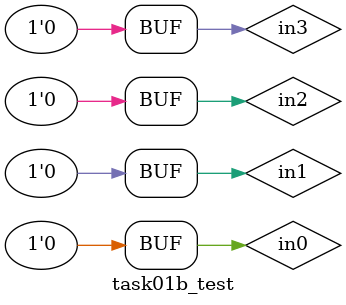
<source format=v>
`timescale 1ns / 1ps
module task01b_test;

	// Inputs
	reg in0;
	reg in1;
	reg in2;
	reg in3;

	// Outputs
	wire out;

	// Instantiate the Unit Under Test (UUT)
	task01b uut (
		.out(out),
		.in0(in0),
		.in1(in1),
		.in2(in2),
		.in3(in3)
	);

	initial begin
		// Initialize Inputs
		in0 = 0;
		in1 = 0;
		in2 = 0;
		in3 = 0;

		// Wait 100 ns for global reset to finish
		#100;

		// Add stimulus here
		#10 in0 = 1;
		#10 in1 = 1;
		#10 in2 = 1;
		#10 in3 = 1;
		#10 in0 = 0;
		#10 in1 = 0;
		#10 in2 = 0;
		#10 in3 = 0;
	end

endmodule

</source>
